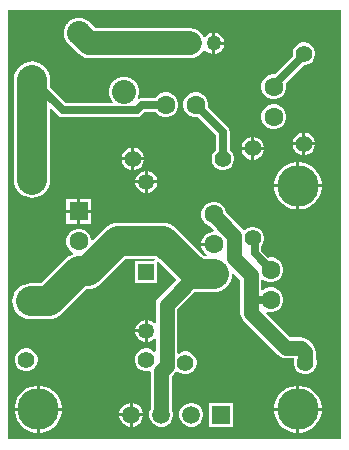
<source format=gtl>
G04*
G04 #@! TF.GenerationSoftware,Altium Limited,Altium Designer,23.7.1 (13)*
G04*
G04 Layer_Physical_Order=1*
G04 Layer_Color=255*
%FSLAX25Y25*%
%MOIN*%
G70*
G04*
G04 #@! TF.SameCoordinates,91BF953A-AACC-4089-9385-47863D4E8686*
G04*
G04*
G04 #@! TF.FilePolarity,Positive*
G04*
G01*
G75*
%ADD27C,0.05000*%
%ADD28C,0.05000*%
%ADD29C,0.10000*%
%ADD30C,0.02500*%
%ADD31C,0.08000*%
%ADD32R,0.05315X0.05315*%
%ADD33C,0.05315*%
%ADD34R,0.05906X0.05906*%
%ADD35C,0.05906*%
%ADD36C,0.05512*%
%ADD37C,0.06299*%
%ADD38C,0.08000*%
%ADD39C,0.13780*%
%ADD40C,0.06299*%
%ADD41R,0.06299X0.06299*%
G36*
X209500Y358000D02*
X98500D01*
Y501000D01*
X209500D01*
Y358000D01*
D02*
G37*
%LPC*%
G36*
X167500Y493490D02*
Y490500D01*
X170490D01*
X170262Y491351D01*
X169801Y492149D01*
X169149Y492801D01*
X168351Y493261D01*
X167500Y493490D01*
D02*
G37*
G36*
X170490Y489500D02*
X167500D01*
Y486511D01*
X168351Y486738D01*
X169149Y487199D01*
X169801Y487851D01*
X170262Y488649D01*
X170490Y489500D01*
D02*
G37*
G36*
X122000Y498543D02*
X121672Y498500D01*
X121342D01*
X121022Y498414D01*
X120695Y498371D01*
X120389Y498245D01*
X120070Y498159D01*
X119784Y497994D01*
X119478Y497867D01*
X119216Y497666D01*
X118930Y497501D01*
X118696Y497267D01*
X118434Y497066D01*
X118233Y496804D01*
X117999Y496570D01*
X117834Y496284D01*
X117632Y496022D01*
X117506Y495716D01*
X117341Y495430D01*
X117255Y495111D01*
X117129Y494805D01*
X117086Y494478D01*
X117000Y494158D01*
Y493828D01*
X116957Y493500D01*
X117000Y493172D01*
Y492842D01*
X117086Y492522D01*
X117129Y492195D01*
X117255Y491889D01*
X117341Y491570D01*
X117506Y491284D01*
X117632Y490978D01*
X117834Y490716D01*
X117999Y490430D01*
X118233Y490196D01*
X118434Y489934D01*
X121934Y486434D01*
X122978Y485633D01*
X124195Y485129D01*
X125500Y484957D01*
X159126D01*
X160431Y485129D01*
X161648Y485633D01*
X162692Y486434D01*
X163494Y487478D01*
X163662Y487885D01*
X164161Y487918D01*
X164199Y487851D01*
X164851Y487199D01*
X165649Y486738D01*
X166500Y486511D01*
Y490000D01*
Y493490D01*
X165649Y493261D01*
X164851Y492801D01*
X164199Y492149D01*
X164161Y492082D01*
X163662Y492115D01*
X163494Y492522D01*
X162692Y493566D01*
X161648Y494368D01*
X160431Y494871D01*
X159126Y495043D01*
X127589D01*
X125566Y497066D01*
X125304Y497267D01*
X125070Y497501D01*
X124784Y497666D01*
X124522Y497867D01*
X124216Y497994D01*
X123930Y498159D01*
X123611Y498245D01*
X123305Y498371D01*
X122978Y498414D01*
X122658Y498500D01*
X122328D01*
X122000Y498543D01*
D02*
G37*
G36*
X197494Y490256D02*
X196505D01*
X195550Y490000D01*
X194694Y489505D01*
X193994Y488806D01*
X193500Y487950D01*
X193244Y486995D01*
Y486005D01*
X193353Y485598D01*
X187405Y479650D01*
X186454D01*
X185398Y479367D01*
X184452Y478821D01*
X183679Y478048D01*
X183133Y477102D01*
X182850Y476046D01*
Y474954D01*
X183133Y473898D01*
X183679Y472952D01*
X184452Y472180D01*
X185398Y471633D01*
X186454Y471350D01*
X187546D01*
X188602Y471633D01*
X189548Y472180D01*
X190321Y472952D01*
X190867Y473898D01*
X191150Y474954D01*
Y476046D01*
X190968Y476724D01*
X196988Y482744D01*
X197494D01*
X198450Y483000D01*
X199306Y483495D01*
X200006Y484194D01*
X200500Y485050D01*
X200756Y486005D01*
Y486995D01*
X200500Y487950D01*
X200006Y488806D01*
X199306Y489505D01*
X198450Y490000D01*
X197494Y490256D01*
D02*
G37*
G36*
X106400Y483929D02*
X105224Y483813D01*
X104093Y483470D01*
X103050Y482913D01*
X102137Y482163D01*
X101387Y481250D01*
X100830Y480207D01*
X100487Y479076D01*
X100371Y477900D01*
Y444506D01*
X100487Y443330D01*
X100830Y442199D01*
X101387Y441157D01*
X102137Y440243D01*
X103050Y439493D01*
X104093Y438936D01*
X105224Y438593D01*
X106400Y438477D01*
X107576Y438593D01*
X108707Y438936D01*
X109749Y439493D01*
X110663Y440243D01*
X111413Y441157D01*
X111970Y442199D01*
X112313Y443330D01*
X112429Y444506D01*
Y467973D01*
X112891Y468165D01*
X115028Y466028D01*
X115772Y465531D01*
X116650Y465356D01*
X141267D01*
X142145Y465531D01*
X142889Y466028D01*
X144067Y467206D01*
X147533D01*
X147679Y466952D01*
X148452Y466180D01*
X149398Y465633D01*
X150454Y465350D01*
X151546D01*
X152602Y465633D01*
X153548Y466180D01*
X154321Y466952D01*
X154867Y467898D01*
X155150Y468954D01*
Y470046D01*
X154867Y471102D01*
X154321Y472048D01*
X153548Y472821D01*
X152602Y473367D01*
X151546Y473650D01*
X150454D01*
X149398Y473367D01*
X148452Y472821D01*
X147679Y472048D01*
X147533Y471794D01*
X143117D01*
X142239Y471620D01*
X141906Y471397D01*
X141531Y471748D01*
X141659Y471970D01*
X142000Y473242D01*
Y474558D01*
X141659Y475830D01*
X141001Y476970D01*
X140070Y477901D01*
X138930Y478559D01*
X137658Y478900D01*
X136342D01*
X135070Y478559D01*
X133930Y477901D01*
X132999Y476970D01*
X132341Y475830D01*
X132000Y474558D01*
Y473242D01*
X132341Y471970D01*
X132999Y470830D01*
X133423Y470406D01*
X133232Y469944D01*
X117600D01*
X112429Y475115D01*
Y477900D01*
X112313Y479076D01*
X111970Y480207D01*
X111413Y481250D01*
X110663Y482163D01*
X109749Y482913D01*
X108707Y483470D01*
X107576Y483813D01*
X106400Y483929D01*
D02*
G37*
G36*
X187546Y469650D02*
X186454D01*
X185398Y469367D01*
X184452Y468820D01*
X183679Y468048D01*
X183133Y467102D01*
X182850Y466046D01*
Y464954D01*
X183133Y463898D01*
X183679Y462952D01*
X184452Y462180D01*
X185398Y461633D01*
X186454Y461350D01*
X187546D01*
X188602Y461633D01*
X189548Y462180D01*
X190321Y462952D01*
X190867Y463898D01*
X191150Y464954D01*
Y466046D01*
X190867Y467102D01*
X190321Y468048D01*
X189548Y468820D01*
X188602Y469367D01*
X187546Y469650D01*
D02*
G37*
G36*
X197500Y460254D02*
Y457000D01*
X200754D01*
X200500Y457950D01*
X200006Y458806D01*
X199306Y459506D01*
X198450Y460000D01*
X197500Y460254D01*
D02*
G37*
G36*
X196500D02*
X195550Y460000D01*
X194694Y459506D01*
X193994Y458806D01*
X193500Y457950D01*
X193246Y457000D01*
X196500D01*
Y460254D01*
D02*
G37*
G36*
X180500Y458754D02*
Y455500D01*
X183754D01*
X183500Y456450D01*
X183005Y457306D01*
X182306Y458006D01*
X181450Y458500D01*
X180500Y458754D01*
D02*
G37*
G36*
X179500D02*
X178550Y458500D01*
X177694Y458006D01*
X176995Y457306D01*
X176500Y456450D01*
X176246Y455500D01*
X179500D01*
Y458754D01*
D02*
G37*
G36*
X200754Y456000D02*
X197500D01*
Y452746D01*
X198450Y453000D01*
X199306Y453495D01*
X200006Y454194D01*
X200500Y455050D01*
X200754Y456000D01*
D02*
G37*
G36*
X196500D02*
X193246D01*
X193500Y455050D01*
X193994Y454194D01*
X194694Y453495D01*
X195550Y453000D01*
X196500Y452746D01*
Y456000D01*
D02*
G37*
G36*
X140500Y455254D02*
Y452000D01*
X143754D01*
X143500Y452950D01*
X143006Y453806D01*
X142306Y454505D01*
X141450Y455000D01*
X140500Y455254D01*
D02*
G37*
G36*
X139500D02*
X138550Y455000D01*
X137694Y454505D01*
X136995Y453806D01*
X136500Y452950D01*
X136246Y452000D01*
X139500D01*
Y455254D01*
D02*
G37*
G36*
X183754Y454500D02*
X180500D01*
Y451246D01*
X181450Y451500D01*
X182306Y451995D01*
X183005Y452694D01*
X183500Y453550D01*
X183754Y454500D01*
D02*
G37*
G36*
X179500D02*
X176246D01*
X176500Y453550D01*
X176995Y452694D01*
X177694Y451995D01*
X178550Y451500D01*
X179500Y451246D01*
Y454500D01*
D02*
G37*
G36*
X143754Y451000D02*
X140500D01*
Y447746D01*
X141450Y448000D01*
X142306Y448494D01*
X143006Y449194D01*
X143500Y450050D01*
X143754Y451000D01*
D02*
G37*
G36*
X139500D02*
X136246D01*
X136500Y450050D01*
X136995Y449194D01*
X137694Y448494D01*
X138550Y448000D01*
X139500Y447746D01*
Y451000D01*
D02*
G37*
G36*
X161546Y473650D02*
X160454D01*
X159398Y473367D01*
X158452Y472821D01*
X157679Y472048D01*
X157133Y471102D01*
X156850Y470046D01*
Y468954D01*
X157133Y467898D01*
X157679Y466952D01*
X158452Y466180D01*
X159398Y465633D01*
X160454Y465350D01*
X161546D01*
X161829Y465426D01*
X167706Y459550D01*
Y454513D01*
X167694Y454505D01*
X166995Y453806D01*
X166500Y452950D01*
X166244Y451995D01*
Y451006D01*
X166500Y450050D01*
X166995Y449194D01*
X167694Y448494D01*
X168550Y448000D01*
X169506Y447744D01*
X170494D01*
X171450Y448000D01*
X172306Y448494D01*
X173005Y449194D01*
X173500Y450050D01*
X173756Y451006D01*
Y451995D01*
X173500Y452950D01*
X173005Y453806D01*
X172306Y454505D01*
X172294Y454513D01*
Y460500D01*
X172119Y461378D01*
X171622Y462122D01*
X165074Y468671D01*
X165150Y468954D01*
Y470046D01*
X164867Y471102D01*
X164321Y472048D01*
X163548Y472821D01*
X162602Y473367D01*
X161546Y473650D01*
D02*
G37*
G36*
X145000Y447495D02*
Y444343D01*
X148152D01*
X147908Y445254D01*
X147427Y446088D01*
X146746Y446769D01*
X145912Y447251D01*
X145000Y447495D01*
D02*
G37*
G36*
X144000D02*
X143088Y447251D01*
X142254Y446769D01*
X141573Y446088D01*
X141092Y445254D01*
X140848Y444343D01*
X144000D01*
Y447495D01*
D02*
G37*
G36*
X195777Y450390D02*
X195500D01*
Y443000D01*
X202890D01*
Y443277D01*
X202587Y444801D01*
X201992Y446237D01*
X201128Y447529D01*
X200029Y448628D01*
X198737Y449492D01*
X197301Y450087D01*
X195777Y450390D01*
D02*
G37*
G36*
X194500D02*
X194223D01*
X192699Y450087D01*
X191263Y449492D01*
X189971Y448628D01*
X188872Y447529D01*
X188008Y446237D01*
X187413Y444801D01*
X187110Y443277D01*
Y443000D01*
X194500D01*
Y450390D01*
D02*
G37*
G36*
X148152Y443342D02*
X145000D01*
Y440190D01*
X145912Y440434D01*
X146746Y440916D01*
X147427Y441597D01*
X147908Y442431D01*
X148152Y443342D01*
D02*
G37*
G36*
X144000D02*
X140848D01*
X141092Y442431D01*
X141573Y441597D01*
X142254Y440916D01*
X143088Y440434D01*
X144000Y440190D01*
Y443342D01*
D02*
G37*
G36*
X202890Y442000D02*
X195500D01*
Y434610D01*
X195777D01*
X197301Y434913D01*
X198737Y435508D01*
X200029Y436372D01*
X201128Y437471D01*
X201992Y438763D01*
X202587Y440199D01*
X202890Y441723D01*
Y442000D01*
D02*
G37*
G36*
X194500D02*
X187110D01*
Y441723D01*
X187413Y440199D01*
X188008Y438763D01*
X188872Y437471D01*
X189971Y436372D01*
X191263Y435508D01*
X192699Y434913D01*
X194223Y434610D01*
X194500D01*
Y442000D01*
D02*
G37*
G36*
X126150Y438150D02*
X122500D01*
Y434500D01*
X126150D01*
Y438150D01*
D02*
G37*
G36*
X121500D02*
X117850D01*
Y434500D01*
X121500D01*
Y438150D01*
D02*
G37*
G36*
X126150Y433500D02*
X122500D01*
Y429850D01*
X126150D01*
Y433500D01*
D02*
G37*
G36*
X121500D02*
X117850D01*
Y429850D01*
X121500D01*
Y433500D01*
D02*
G37*
G36*
X167546Y437150D02*
X166454D01*
X165398Y436867D01*
X164452Y436320D01*
X163680Y435548D01*
X163133Y434602D01*
X162850Y433546D01*
Y432454D01*
X163133Y431398D01*
X163680Y430452D01*
X164452Y429679D01*
X165398Y429133D01*
X165568Y429088D01*
X167044Y427611D01*
X166853Y427150D01*
X166454D01*
X165398Y426867D01*
X164452Y426321D01*
X163680Y425548D01*
X163133Y424602D01*
X162850Y423546D01*
Y423500D01*
X167000D01*
Y422500D01*
X162850D01*
Y422454D01*
X163133Y421398D01*
X163680Y420452D01*
X164452Y419679D01*
X164713Y419529D01*
X164579Y419029D01*
X163826D01*
X154434Y428421D01*
X153521Y429170D01*
X152479Y429728D01*
X151347Y430071D01*
X150171Y430187D01*
X135097D01*
X135097Y430187D01*
X133921Y430071D01*
X132790Y429728D01*
X131747Y429170D01*
X130834Y428421D01*
X126611Y424198D01*
X126150Y424390D01*
Y424546D01*
X125867Y425602D01*
X125320Y426548D01*
X124548Y427320D01*
X123602Y427867D01*
X122546Y428150D01*
X121454D01*
X120398Y427867D01*
X119452Y427320D01*
X118679Y426548D01*
X118133Y425602D01*
X117850Y424546D01*
Y423454D01*
X118133Y422398D01*
X118679Y421452D01*
X119452Y420680D01*
X120201Y420247D01*
X120139Y419705D01*
X119693Y419570D01*
X118650Y419013D01*
X117737Y418263D01*
X117737Y418263D01*
X109503Y410029D01*
X105894D01*
X104718Y409913D01*
X103586Y409570D01*
X102544Y409013D01*
X101630Y408263D01*
X100881Y407349D01*
X100324Y406307D01*
X99980Y405176D01*
X99865Y404000D01*
X99980Y402824D01*
X100324Y401693D01*
X100881Y400651D01*
X101630Y399737D01*
X102544Y398987D01*
X103586Y398430D01*
X104718Y398087D01*
X105894Y397971D01*
X112000D01*
X113176Y398087D01*
X114307Y398430D01*
X115349Y398987D01*
X116263Y399737D01*
X124497Y407971D01*
X124940D01*
X126116Y408087D01*
X127247Y408430D01*
X128289Y408987D01*
X129203Y409737D01*
X137594Y418128D01*
X147314D01*
X147400Y418000D01*
X147133Y417500D01*
X140842D01*
Y410185D01*
X148158D01*
Y416938D01*
X148658Y417145D01*
X154569Y411233D01*
X148748Y405412D01*
X148187Y404680D01*
X147834Y403829D01*
X147714Y402915D01*
Y396823D01*
X147214Y396616D01*
X146746Y397084D01*
X145912Y397566D01*
X145000Y397810D01*
Y394158D01*
Y390505D01*
X145912Y390749D01*
X146746Y391231D01*
X147214Y391699D01*
X147714Y391492D01*
Y387305D01*
X147214Y387098D01*
X146806Y387506D01*
X145950Y388000D01*
X144994Y388256D01*
X144006D01*
X143050Y388000D01*
X142194Y387506D01*
X141495Y386806D01*
X141000Y385950D01*
X140744Y384995D01*
Y384005D01*
X141000Y383050D01*
X141495Y382194D01*
X142194Y381494D01*
X143050Y381000D01*
X144006Y380744D01*
X144994D01*
X145495Y380878D01*
X145674Y380793D01*
X145970Y380488D01*
Y367991D01*
X145817Y367726D01*
X145547Y366720D01*
Y365680D01*
X145817Y364674D01*
X146337Y363773D01*
X147073Y363037D01*
X147974Y362517D01*
X148980Y362247D01*
X150020D01*
X151026Y362517D01*
X151927Y363037D01*
X152663Y363773D01*
X153183Y364674D01*
X153453Y365680D01*
Y366720D01*
X153183Y367726D01*
X153030Y367991D01*
Y379190D01*
X153740Y379901D01*
X154301Y380632D01*
X154350Y380750D01*
X154841Y380848D01*
X155194Y380494D01*
X156050Y380000D01*
X157006Y379744D01*
X157994D01*
X158950Y380000D01*
X159806Y380494D01*
X160505Y381194D01*
X161000Y382050D01*
X161256Y383005D01*
Y383995D01*
X161000Y384950D01*
X160505Y385806D01*
X159806Y386506D01*
X158950Y387000D01*
X157994Y387256D01*
X157006D01*
X156050Y387000D01*
X155274Y386552D01*
X154774Y386718D01*
Y401453D01*
X160385Y407064D01*
X161329Y406971D01*
X167000D01*
X168176Y407087D01*
X169307Y407430D01*
X170350Y407987D01*
X171263Y408737D01*
X172013Y409651D01*
X172570Y410693D01*
X172913Y411824D01*
X173029Y413000D01*
X172993Y413370D01*
X173445Y413584D01*
X175820Y411208D01*
Y405160D01*
Y400150D01*
X175941Y399236D01*
X176293Y398384D01*
X176854Y397653D01*
X188504Y386004D01*
X189235Y385443D01*
X190086Y385090D01*
X191000Y384970D01*
X193872D01*
Y384471D01*
X193744Y383995D01*
Y383005D01*
X194000Y382050D01*
X194494Y381194D01*
X195194Y380494D01*
X196050Y380000D01*
X197005Y379744D01*
X197994D01*
X198950Y380000D01*
X199806Y380494D01*
X200505Y381194D01*
X201000Y382050D01*
X201256Y383005D01*
Y383995D01*
X201000Y384950D01*
X200932Y385067D01*
Y387098D01*
X200812Y388012D01*
X200459Y388863D01*
X199898Y389594D01*
X198496Y390996D01*
X197765Y391557D01*
X196914Y391910D01*
X196000Y392030D01*
X192462D01*
X184369Y400123D01*
X184628Y400572D01*
X185454Y400350D01*
X186546D01*
X187602Y400633D01*
X188548Y401180D01*
X189321Y401952D01*
X189867Y402898D01*
X190150Y403954D01*
Y405046D01*
X189867Y406102D01*
X189321Y407048D01*
X188548Y407821D01*
X187602Y408367D01*
X186546Y408650D01*
X185454D01*
X184398Y408367D01*
X183452Y407821D01*
X183343Y407711D01*
X182881Y407902D01*
Y411098D01*
X183343Y411289D01*
X183452Y411179D01*
X184398Y410633D01*
X185454Y410350D01*
X186546D01*
X187602Y410633D01*
X188548Y411179D01*
X189321Y411952D01*
X189867Y412898D01*
X190150Y413954D01*
Y415046D01*
X189867Y416102D01*
X189321Y417048D01*
X188548Y417821D01*
X187602Y418367D01*
X186546Y418650D01*
X185454D01*
X185171Y418574D01*
X182870Y420874D01*
Y422559D01*
X183005Y422694D01*
X183500Y423550D01*
X183756Y424506D01*
Y425494D01*
X183500Y426450D01*
X183005Y427306D01*
X182306Y428006D01*
X181450Y428500D01*
X180494Y428756D01*
X179506D01*
X178550Y428500D01*
X177694Y428006D01*
X177347Y427659D01*
X177082Y427664D01*
X176736Y427755D01*
X176240Y428401D01*
X171150Y433491D01*
Y433546D01*
X170867Y434602D01*
X170320Y435548D01*
X169548Y436320D01*
X168602Y436867D01*
X167546Y437150D01*
D02*
G37*
G36*
X144000Y397810D02*
X143088Y397566D01*
X142254Y397084D01*
X141573Y396403D01*
X141092Y395569D01*
X140848Y394657D01*
X144000D01*
Y397810D01*
D02*
G37*
G36*
Y393657D02*
X140848D01*
X141092Y392746D01*
X141573Y391912D01*
X142254Y391231D01*
X143088Y390749D01*
X144000Y390505D01*
Y393657D01*
D02*
G37*
G36*
X104994Y388256D02*
X104006D01*
X103050Y388000D01*
X102194Y387506D01*
X101495Y386806D01*
X101000Y385950D01*
X100744Y384995D01*
Y384005D01*
X101000Y383050D01*
X101495Y382194D01*
X102194Y381494D01*
X103050Y381000D01*
X104006Y380744D01*
X104994D01*
X105950Y381000D01*
X106806Y381494D01*
X107506Y382194D01*
X108000Y383050D01*
X108256Y384005D01*
Y384995D01*
X108000Y385950D01*
X107506Y386806D01*
X106806Y387506D01*
X105950Y388000D01*
X104994Y388256D01*
D02*
G37*
G36*
X195777Y375890D02*
X195500D01*
Y368500D01*
X202890D01*
Y368777D01*
X202587Y370301D01*
X201992Y371737D01*
X201128Y373029D01*
X200029Y374128D01*
X198737Y374992D01*
X197301Y375587D01*
X195777Y375890D01*
D02*
G37*
G36*
X194500D02*
X194223D01*
X192699Y375587D01*
X191263Y374992D01*
X189971Y374128D01*
X188872Y373029D01*
X188008Y371737D01*
X187413Y370301D01*
X187110Y368777D01*
Y368500D01*
X194500D01*
Y375890D01*
D02*
G37*
G36*
X109277D02*
X109000D01*
Y368500D01*
X116390D01*
Y368777D01*
X116087Y370301D01*
X115492Y371737D01*
X114628Y373029D01*
X113529Y374128D01*
X112237Y374992D01*
X110801Y375587D01*
X109277Y375890D01*
D02*
G37*
G36*
X108000D02*
X107723D01*
X106199Y375587D01*
X104763Y374992D01*
X103471Y374128D01*
X102372Y373029D01*
X101508Y371737D01*
X100913Y370301D01*
X100610Y368777D01*
Y368500D01*
X108000D01*
Y375890D01*
D02*
G37*
G36*
X140020Y370153D02*
X140000D01*
Y366700D01*
X143453D01*
Y366720D01*
X143183Y367726D01*
X142663Y368627D01*
X141927Y369363D01*
X141026Y369883D01*
X140020Y370153D01*
D02*
G37*
G36*
X139000D02*
X138980D01*
X137974Y369883D01*
X137073Y369363D01*
X136337Y368627D01*
X135817Y367726D01*
X135547Y366720D01*
Y366700D01*
X139000D01*
Y370153D01*
D02*
G37*
G36*
X173453D02*
X165547D01*
Y362247D01*
X173453D01*
Y370153D01*
D02*
G37*
G36*
X160020D02*
X158980D01*
X157974Y369883D01*
X157073Y369363D01*
X156337Y368627D01*
X155817Y367726D01*
X155547Y366720D01*
Y365680D01*
X155817Y364674D01*
X156337Y363773D01*
X157073Y363037D01*
X157974Y362517D01*
X158980Y362247D01*
X160020D01*
X161026Y362517D01*
X161927Y363037D01*
X162663Y363773D01*
X163183Y364674D01*
X163453Y365680D01*
Y366720D01*
X163183Y367726D01*
X162663Y368627D01*
X161927Y369363D01*
X161026Y369883D01*
X160020Y370153D01*
D02*
G37*
G36*
X143453Y365700D02*
X140000D01*
Y362247D01*
X140020D01*
X141026Y362517D01*
X141927Y363037D01*
X142663Y363773D01*
X143183Y364674D01*
X143453Y365680D01*
Y365700D01*
D02*
G37*
G36*
X139000D02*
X135547D01*
Y365680D01*
X135817Y364674D01*
X136337Y363773D01*
X137073Y363037D01*
X137974Y362517D01*
X138980Y362247D01*
X139000D01*
Y365700D01*
D02*
G37*
G36*
X202890Y367500D02*
X195500D01*
Y360110D01*
X195777D01*
X197301Y360413D01*
X198737Y361008D01*
X200029Y361872D01*
X201128Y362971D01*
X201992Y364263D01*
X202587Y365699D01*
X202890Y367223D01*
Y367500D01*
D02*
G37*
G36*
X194500D02*
X187110D01*
Y367223D01*
X187413Y365699D01*
X188008Y364263D01*
X188872Y362971D01*
X189971Y361872D01*
X191263Y361008D01*
X192699Y360413D01*
X194223Y360110D01*
X194500D01*
Y367500D01*
D02*
G37*
G36*
X116390D02*
X109000D01*
Y360110D01*
X109277D01*
X110801Y360413D01*
X112237Y361008D01*
X113529Y361872D01*
X114628Y362971D01*
X115492Y364263D01*
X116087Y365699D01*
X116390Y367223D01*
Y367500D01*
D02*
G37*
G36*
X108000D02*
X100610D01*
Y367223D01*
X100913Y365699D01*
X101508Y364263D01*
X102372Y362971D01*
X103471Y361872D01*
X104763Y361008D01*
X106199Y360413D01*
X107723Y360110D01*
X108000D01*
Y367500D01*
D02*
G37*
%LPD*%
D27*
X159126Y490000D02*
D03*
X167000D02*
D03*
D28*
X197402Y383598D02*
Y387098D01*
X196000Y388500D02*
X197402Y387098D01*
X191000Y388500D02*
X196000D01*
X179350Y400150D02*
X191000Y388500D01*
X149500Y366200D02*
Y380653D01*
X151244Y382397D01*
Y402915D01*
X161329Y413000D01*
X179350Y400150D02*
Y405160D01*
X197402Y383598D02*
X197500Y383500D01*
X179350Y405160D02*
Y412670D01*
X173744Y418277D02*
X179350Y412670D01*
X173744Y418277D02*
Y425904D01*
X167000Y432648D02*
X173744Y425904D01*
X167000Y432648D02*
Y433000D01*
D29*
X105894Y404000D02*
X112000D01*
X122000Y414000D01*
X124940D01*
X135097Y424157D01*
X144500D01*
X161329Y413000D02*
X167000D01*
X150171Y424157D02*
X161329Y413000D01*
X144500Y424157D02*
X150171D01*
X106400Y444506D02*
Y477900D01*
D30*
X180010Y404500D02*
X186000D01*
X179350Y405160D02*
X180010Y404500D01*
X180576Y419924D02*
X186000Y414500D01*
X180576Y419924D02*
Y424424D01*
X180000Y425000D02*
X180576Y424424D01*
X187000Y475500D02*
Y476000D01*
X197000Y486000D01*
Y486500D01*
X161000Y469500D02*
X170000Y460500D01*
Y451500D02*
Y460500D01*
X143117Y469500D02*
X151000D01*
X141267Y467650D02*
X143117Y469500D01*
X116650Y467650D02*
X141267D01*
X106400Y477900D02*
X116650Y467650D01*
D31*
X125500Y490000D02*
X159126D01*
X122000Y493500D02*
X125500Y490000D01*
D32*
X144500Y413842D02*
D03*
X144500Y424157D02*
D03*
D33*
Y394158D02*
D03*
X144500Y443843D02*
D03*
D34*
X169500Y366200D02*
D03*
D35*
X159500D02*
D03*
X149500D02*
D03*
X139500D02*
D03*
D36*
X197500Y383500D02*
D03*
X157500D02*
D03*
X104500Y384500D02*
D03*
X144500D02*
D03*
X180000Y425000D02*
D03*
Y455000D02*
D03*
X170000Y451500D02*
D03*
X140000D02*
D03*
X105894Y404000D02*
D03*
Y444000D02*
D03*
X197000Y486500D02*
D03*
Y456500D02*
D03*
D37*
X186000Y404500D02*
D03*
Y414500D02*
D03*
X187000Y465500D02*
D03*
Y475500D02*
D03*
X161000Y469500D02*
D03*
X151000D02*
D03*
D38*
X122000Y493500D02*
D03*
X137000Y473900D02*
D03*
X106400Y477900D02*
D03*
D39*
X108500Y368000D02*
D03*
X195000D02*
D03*
Y442500D02*
D03*
D40*
X167000Y433000D02*
D03*
Y423000D02*
D03*
X122000Y414000D02*
D03*
Y424000D02*
D03*
D41*
X167000Y413000D02*
D03*
X122000Y434000D02*
D03*
M02*

</source>
